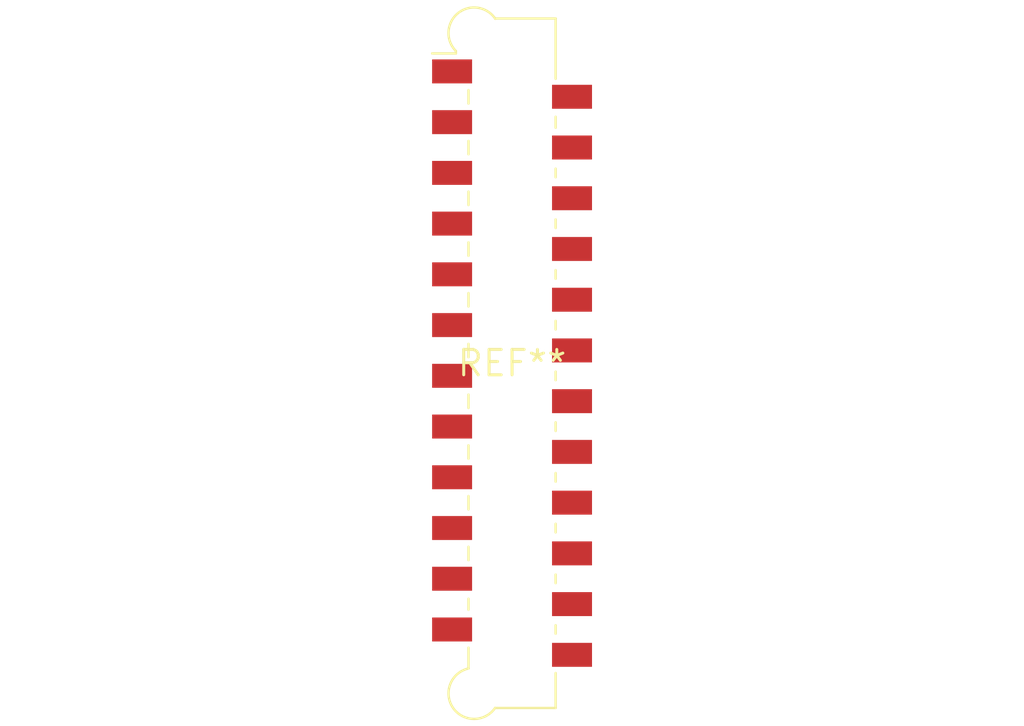
<source format=kicad_pcb>
(kicad_pcb (version 20240108) (generator pcbnew)
  (layers (0 "F.Cu" signal) (31 "B.Cu" signal) (34 "B.Paste" user) (35 "F.Paste" user) (36 "B.SilkS" user "B.Silkscreen") (37 "F.SilkS" user "F.Silkscreen") (38 "B.Mask" user) (39 "F.Mask" user) (44 "Edge.Cuts" user))
  (net 0 "")
  (footprint "Molex_Picoflex_90814-0024_2x12_P1.27mm_Vertical" (layer "F.Cu") (at 0 0)
    (property "Reference" "REF**")
    (property "Value" "Molex_Picoflex_90814-0024_2x12_P1.27mm_Vertical")
    (fp_line (start -2.81 -15.63) (end -2.81 -15.51) (layer "F.SilkS") (stroke (width 0.12)))
    (fp_line (start -2.81 -15.51) (end -4 -15.51) (layer "F.SilkS") (stroke (width 0.12)))
    (fp_line (start -2.18 -13) (end -2.18 -13.67) (layer "F.SilkS") (stroke (width 0.12)))
    (fp_line (start -2.18 -10.46) (end -2.18 -11.13) (layer "F.SilkS") (stroke (width 0.12)))
    (fp_line (start -2.18 -7.92) (end -2.18 -8.59) (layer "F.SilkS") (stroke (width 0.12)))
    (fp_line (start -2.18 -5.38) (end -2.18 -6.05) (layer "F.SilkS") (stroke (width 0.12)))
    (fp_line (start -2.18 -2.84) (end -2.18 -3.51) (layer "F.SilkS") (stroke (width 0.12)))
    (fp_line (start -2.18 -0.3) (end -2.18 -0.97) (layer "F.SilkS") (stroke (width 0.12)))
    (fp_line (start -2.18 2.24) (end -2.18 1.57) (layer "F.SilkS") (stroke (width 0.12)))
    (fp_line (start -2.18 4.78) (end -2.18 4.11) (layer "F.SilkS") (stroke (width 0.12)))
    (fp_line (start -2.18 7.32) (end -2.18 6.65) (layer "F.SilkS") (stroke (width 0.12)))
    (fp_line (start -2.18 9.86) (end -2.18 9.19) (layer "F.SilkS") (stroke (width 0.12)))
    (fp_line (start -2.18 12.34) (end -2.18 11.79) (layer "F.SilkS") (stroke (width 0.12)))
    (fp_line (start -2.18 15.28) (end -2.18 14.24) (layer "F.SilkS") (stroke (width 0.12)))
    (fp_line (start 2.18 -17.26) (end -0.82 -17.26) (layer "F.SilkS") (stroke (width 0.12)))
    (fp_line (start 2.18 -17.26) (end 2.18 -14.24) (layer "F.SilkS") (stroke (width 0.12)))
    (fp_line (start 2.18 -12.34) (end 2.18 -11.79) (layer "F.SilkS") (stroke (width 0.12)))
    (fp_line (start 2.18 -9.74) (end 2.18 -9.31) (layer "F.SilkS") (stroke (width 0.12)))
    (fp_line (start 2.18 -7.2) (end 2.18 -6.77) (layer "F.SilkS") (stroke (width 0.12)))
    (fp_line (start 2.18 -4.66) (end 2.18 -4.23) (layer "F.SilkS") (stroke (width 0.12)))
    (fp_line (start 2.18 -2.12) (end 2.18 -1.69) (layer "F.SilkS") (stroke (width 0.12)))
    (fp_line (start 2.18 0.42) (end 2.18 0.85) (layer "F.SilkS") (stroke (width 0.12)))
    (fp_line (start 2.18 2.96) (end 2.18 3.39) (layer "F.SilkS") (stroke (width 0.12)))
    (fp_line (start 2.18 5.5) (end 2.18 5.93) (layer "F.SilkS") (stroke (width 0.12)))
    (fp_line (start 2.18 8.04) (end 2.18 8.47) (layer "F.SilkS") (stroke (width 0.12)))
    (fp_line (start 2.18 10.58) (end 2.18 11.01) (layer "F.SilkS") (stroke (width 0.12)))
    (fp_line (start 2.18 13.12) (end 2.18 13.54) (layer "F.SilkS") (stroke (width 0.12)))
    (fp_line (start 2.18 15.51) (end 2.18 17.26) (layer "F.SilkS") (stroke (width 0.12)))
    (fp_line (start 2.18 17.26) (end -0.85 17.26) (layer "F.SilkS") (stroke (width 0.12)))
    (fp_arc (start -2.81 -15.63) (mid -2.708637 -17.522072) (end -0.834991 -17.239828) (layer "F.SilkS") (stroke (width 0.12)))
    (fp_arc (start -0.85 17.26) (mid -2.962791 17.241248) (end -2.174424 15.280964) (layer "F.SilkS") (stroke (width 0.12)))
    (pad "" np_thru_hole circle (at -1.9 -16.53) (size 1.9 1.9) (drill 1.9) (layers *.Cu *.Mask))
    (pad "" np_thru_hole circle (at -1.9 16.53) (size 1.9 1.9) (drill 1.9) (layers *.Cu *.Mask))
    (pad "1" smd rect (at -3 -14.61) (size 2 1.2) (layers "F.Cu" "F.Paste" "F.Mask"))
    (pad "2" smd rect (at 3 -13.34) (size 2 1.2) (layers "F.Cu" "F.Paste" "F.Mask"))
    (pad "3" smd rect (at -3 -12.07) (size 2 1.2) (layers "F.Cu" "F.Paste" "F.Mask"))
    (pad "4" smd rect (at 3 -10.8) (size 2 1.2) (layers "F.Cu" "F.Paste" "F.Mask"))
    (pad "5" smd rect (at -3 -9.53) (size 2 1.2) (layers "F.Cu" "F.Paste" "F.Mask"))
    (pad "6" smd rect (at 3 -8.26) (size 2 1.2) (layers "F.Cu" "F.Paste" "F.Mask"))
    (pad "7" smd rect (at -3 -6.99) (size 2 1.2) (layers "F.Cu" "F.Paste" "F.Mask"))
    (pad "8" smd rect (at 3 -5.72) (size 2 1.2) (layers "F.Cu" "F.Paste" "F.Mask"))
    (pad "9" smd rect (at -3 -4.45) (size 2 1.2) (layers "F.Cu" "F.Paste" "F.Mask"))
    (pad "10" smd rect (at 3 -3.18) (size 2 1.2) (layers "F.Cu" "F.Paste" "F.Mask"))
    (pad "11" smd rect (at -3 -1.91) (size 2 1.2) (layers "F.Cu" "F.Paste" "F.Mask"))
    (pad "12" smd rect (at 3 -0.64) (size 2 1.2) (layers "F.Cu" "F.Paste" "F.Mask"))
    (pad "13" smd rect (at -3 0.63) (size 2 1.2) (layers "F.Cu" "F.Paste" "F.Mask"))
    (pad "14" smd rect (at 3 1.9) (size 2 1.2) (layers "F.Cu" "F.Paste" "F.Mask"))
    (pad "15" smd rect (at -3 3.17) (size 2 1.2) (layers "F.Cu" "F.Paste" "F.Mask"))
    (pad "16" smd rect (at 3 4.44) (size 2 1.2) (layers "F.Cu" "F.Paste" "F.Mask"))
    (pad "17" smd rect (at -3 5.71) (size 2 1.2) (layers "F.Cu" "F.Paste" "F.Mask"))
    (pad "18" smd rect (at 3 6.98) (size 2 1.2) (layers "F.Cu" "F.Paste" "F.Mask"))
    (pad "19" smd rect (at -3 8.25) (size 2 1.2) (layers "F.Cu" "F.Paste" "F.Mask"))
    (pad "20" smd rect (at 3 9.52) (size 2 1.2) (layers "F.Cu" "F.Paste" "F.Mask"))
    (pad "21" smd rect (at -3 10.79) (size 2 1.2) (layers "F.Cu" "F.Paste" "F.Mask"))
    (pad "22" smd rect (at 3 12.06) (size 2 1.2) (layers "F.Cu" "F.Paste" "F.Mask"))
    (pad "23" smd rect (at -3 13.33) (size 2 1.2) (layers "F.Cu" "F.Paste" "F.Mask"))
    (pad "24" smd rect (at 3 14.6) (size 2 1.2) (layers "F.Cu" "F.Paste" "F.Mask"))
  )
)
</source>
